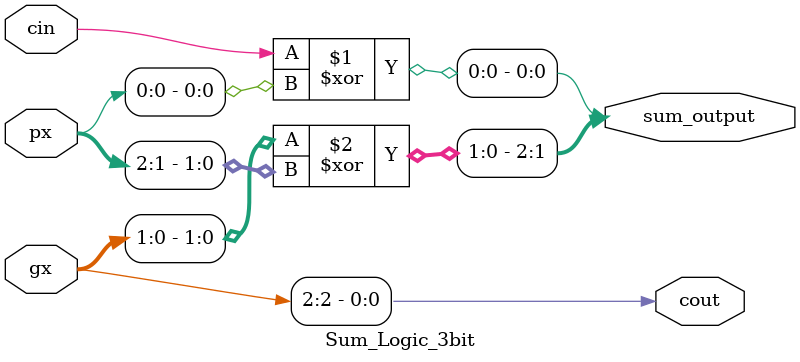
<source format=v>

`timescale 1 ns / 1 ps

module Sum_Logic_3bit (
	input             cin,
	input       [2:0] gx,
	input       [2:0] px,
	output wire [2:0] sum_output,
	output wire       cout
);

assign cout             = gx[2];
assign sum_output[0]    = cin ^ px[0];
assign sum_output[2:1]  = gx[1:0] ^ px[2:1];

endmodule




</source>
